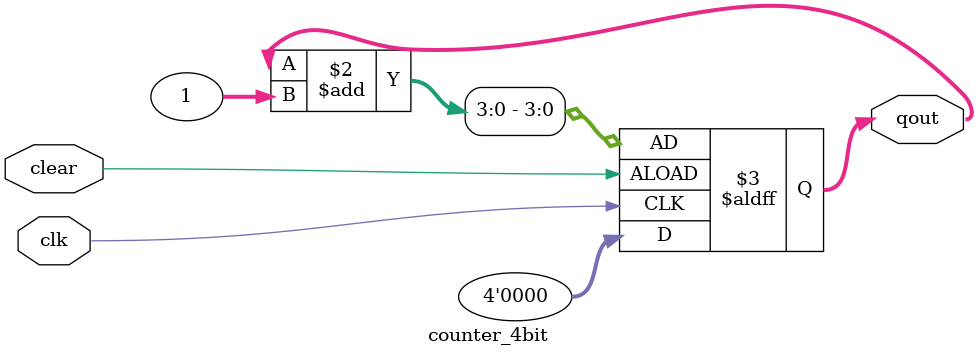
<source format=v>
module counter_4bit(
    input wire clk, 
    input wire clear,
    output reg [3:0] qout
);
    
always @(posedge clk or negedge clear) begin
    if (clear) begin
        qout <= 4'd0;
    end
    else begin
        qout <= (qout + 1);
    end
end
    
endmodule

</source>
